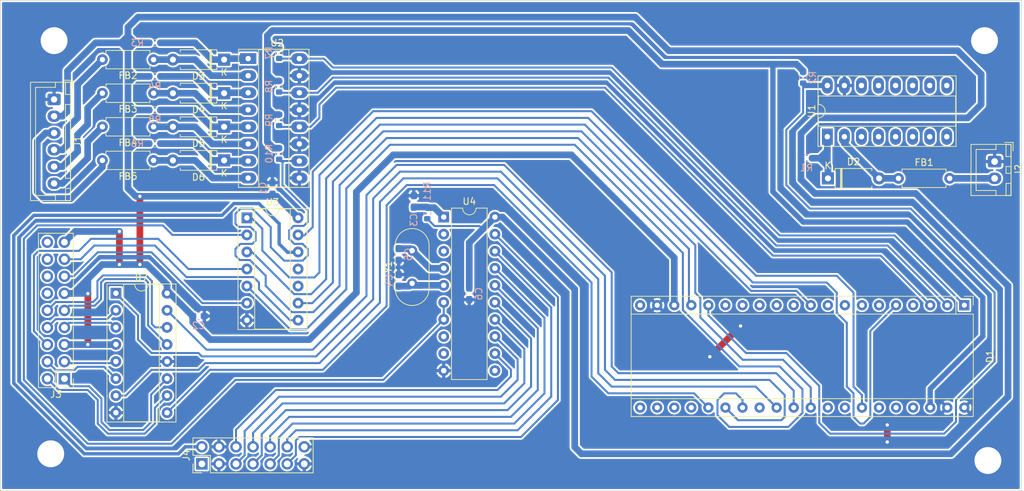
<source format=kicad_pcb>
(kicad_pcb (version 20211014) (generator pcbnew)
  (layers (0 "F.Cu" signal) (31 "B.Cu" signal) (34 "B.Paste" user) (35 "F.Paste" user) (36 "B.SilkS" user "B.Silkscreen") (37 "F.SilkS" user "F.Silkscreen") (38 "B.Mask" user) (39 "F.Mask" user) (44 "Edge.Cuts" user))
  (net 0 "")
  (net 21 "GNDREF")
  (net 22 "+5V")
  (net 23 "Net-(C3-Pad2)")
  (net 24 "Net-(C4-Pad2)")
  (net 25 "Net-(C5-Pad2)")
  (net 26 "Z_HOME_3.3V")
  (net 27 "Y_HOME_3.3V")
  (net 28 "X_HOME_3.3V")
  (net 29 "Spin_PWM")
  (net 30 "Z_EN_3.3V")
  (net 31 "PAUSE_3.3V")
  (net 32 "SENSOR_3.3V")
  (net 33 "Z_STEP_3.3V")
  (net 34 "Z_DIR_3.3V")
  (net 35 "Spin_Dir")
  (net 36 "Spin_En")
  (net 37 "+3V3")
  (net 38 "Net-(D2-Pad1)")
  (net 39 "/HOME optocouplers/PAUSE_OP")
  (net 40 "/HOME optocouplers/SENSOR_OP")
  (net 41 "Net-(R3-Pad2)")
  (net 42 "/HOME optocouplers/Z_HOME_OP")
  (net 43 "/HOME optocouplers/Y_HOME_OP")
  (net 44 "/HOME optocouplers/X_HOME_OP")
  (net 45 "Y_STEP_p")
  (net 46 "Y_STEP_n")
  (net 47 "Y_DIR_n")
  (net 48 "Y_DIR_p")
  (net 49 "X_STEP_p")
  (net 50 "X_STEP_n")
  (net 51 "X_DIR_n")
  (net 52 "X_DIR_p")
  (net 53 "SENSOR")
  (net 54 "Z_HOME")
  (net 55 "Y_HOME")
  (net 56 "X_HOME")
  (net 57 "PAUSE")
  (net 58 "Z_EN")
  (net 60 "Z_STEP")
  (net 61 "/Z1n")
  (net 62 "Z_DIR")
  (net 63 "/Z2n")
  (net 65 "SP_RET")
  (net 66 "SP_EN")
  (net 67 "SP_1")
  (net 68 "SP_5")
  (net 69 "SP_2")
  (net 70 "SP_6")
  (net 71 "SP_3")
  (net 72 "SP_7")
  (net 73 "SP_4")
  (net 74 "SP_8")
  (net 80 "~{X_STEP_3.3V}")
  (net 81 "~{Y_DIR_3.3V}")
  (net 82 "Net-(D5-Pad1)")
  (net 83 "Net-(R6-Pad2)")
  (net 96 "Net-(R4-Pad2)")
  (net 97 "Net-(U4-Pad6)")
  (net 98 "~{X_DIR_3.3V}")
  (net 99 "~{Y_STEP_3.3V}")
  (net 101 "unconnected-(U3-Pad10)")
  (footprint "Crystal:Crystal_HC49-4H_Vertical" (layer "F.Cu") (at 121.3 119.135 90)
    (fp_text reference "Y1")
    (fp_text value "4MHz")
  )
  (footprint "Connector_PinHeader_2.54mm:PinHeader_2x09_P2.54mm_Vertical" (layer "F.Cu") (at 69.54 133.32 180)
    (fp_text reference "J3")
    (fp_text value "STEPPERS")
  )
  (footprint "Package_DIP:DIP-16_W7.62mm_Socket" (layer "F.Cu") (at 77.2 120.6)
    (fp_text reference "D7")
    (fp_text value "SN75ALS192N")
  )
  (footprint "Package_DIP:DIP-14_W7.62mm_Socket" (layer "F.Cu") (at 96.7 109.375)
    (fp_text reference "U3")
    (fp_text value "7406")
  )
  (footprint "Diode_THT:D_A-405_P7.62mm_Horizontal" (layer "F.Cu") (at 93.31 95.825 180)
    (fp_text reference "D5")
    (fp_text value "D_Zener_1.3V")
  )
  (footprint "Diode_THT:D_A-405_P7.62mm_Horizontal" (layer "F.Cu") (at 93.31 85.825 180)
    (fp_text reference "D3")
    (fp_text value "D_Zener_1.3V")
  )
  (footprint "Connector_JST:JST_XH_B2B-XH-A_1x02_P2.50mm_Vertical" (layer "F.Cu") (at 208 101 -90)
    (fp_text reference "J2")
    (fp_text value "Conn_01x02")
  )
  (footprint "Package_DIP:DIP-20_W7.62mm" (layer "F.Cu") (at 126 109.26)
    (fp_text reference "U4")
    (fp_text value "ATtiny2313V-10P")
  )
  (footprint "Diode_THT:D_A-405_P7.62mm_Horizontal" (layer "F.Cu") (at 93.31 90.825 180)
    (fp_text reference "D4")
    (fp_text value "D_Zener_1.3V")
  )
  (footprint "Diode_THT:D_A-405_P7.62mm_Horizontal" (layer "F.Cu") (at 93.31 100.825 180)
    (fp_text reference "D6")
    (fp_text value "D_Zener_1.3V")
  )
  (footprint "Connector_PinHeader_2.54mm:PinHeader_2x07_P2.54mm_Vertical" (layer "F.Cu") (at 90 146 90)
    (fp_text reference "J4")
    (fp_text value "SPINDEL")
  )
  (footprint "Resistor_THT:R_Axial_DIN0207_L6.3mm_D2.5mm_P7.62mm_Horizontal" (layer "F.Cu") (at 82.81 90.825 180)
    (fp_text reference "FB3")
    (fp_text value "FerriteBead")
  )
  (footprint "Resistor_THT:R_Axial_DIN0207_L6.3mm_D2.5mm_P7.62mm_Horizontal" (layer "F.Cu") (at 193.69 103.5)
    (fp_text reference "FB1")
    (fp_text value "FerriteBead")
  )
  (footprint "Connector_JST:JST_XH_B6B-XH-A_1x06_P2.50mm_Vertical" (layer "F.Cu") (at 68 91.75 -90)
    (fp_text reference "J1")
    (fp_text value "OTHER")
  )
  (footprint "Module:Maple_Mini" (layer "F.Cu") (at 203.495 122.38 -90)
    (fp_text reference "D1")
    (fp_text value "Blue_Pill")
  )
  (footprint "Diode_THT:D_A-405_P7.62mm_Horizontal" (layer "F.Cu") (at 183.19 103.5)
    (fp_text reference "D2")
    (fp_text value "D_Zener_1.3V")
  )
  (footprint "Resistor_THT:R_Axial_DIN0207_L6.3mm_D2.5mm_P7.62mm_Horizontal" (layer "F.Cu") (at 82.81 100.825 180)
    (fp_text reference "FB5")
    (fp_text value "FerriteBead")
  )
  (footprint "Package_DIP:DIP-16_W7.62mm_Socket_LongPads" (layer "F.Cu") (at 96.89 85.675)
    (fp_text reference "U2")
    (fp_text value "PC847")
  )
  (footprint "Resistor_THT:R_Axial_DIN0207_L6.3mm_D2.5mm_P7.62mm_Horizontal" (layer "F.Cu") (at 82.81 85.825 180)
    (fp_text reference "FB2")
    (fp_text value "FerriteBead")
  )
  (footprint "Package_DIP:DIP-16_W7.62mm_Socket_LongPads" (layer "F.Cu") (at 183.1 97.3 90)
    (fp_text reference "U1")
    (fp_text value "PC847")
  )
  (footprint "Resistor_THT:R_Axial_DIN0207_L6.3mm_D2.5mm_P7.62mm_Horizontal" (layer "F.Cu") (at 82.81 95.825 180)
    (fp_text reference "FB4")
    (fp_text value "FerriteBead")
  )
  (footprint "Capacitor_SMD:C_0603_1608Metric_Pad1.08x0.95mm_HandSolder" (layer "B.Cu") (at 119.3 114.8225 90)
    (fp_text reference "C5")
    (fp_text value "22 pF")
  )
  (footprint "Resistor_SMD:R_0603_1608Metric" (layer "B.Cu") (at 179.5 88.5 90)
    (fp_text reference "R2")
    (fp_text value "330")
  )
  (footprint "Capacitor_SMD:C_0603_1608Metric_Pad1.08x0.95mm_HandSolder" (layer "B.Cu") (at 129.8 120.685 90)
    (fp_text reference "C6")
    (fp_text value "100n")
  )
  (footprint "Resistor_SMD:R_0603_1608Metric" (layer "B.Cu") (at 101.5 89.825 90)
    (fp_text reference "R8")
    (fp_text value "330")
  )
  (footprint "Resistor_SMD:R_0603_1608Metric" (layer "B.Cu") (at 180 100.5)
    (fp_text reference "R1")
    (fp_text value "200")
  )
  (footprint "Resistor_SMD:R_0603_1608Metric" (layer "B.Cu") (at 83 98.325)
    (fp_text reference "R6")
    (fp_text value "200")
  )
  (footprint "Capacitor_SMD:C_0603_1608Metric_Pad1.08x0.95mm_HandSolder" (layer "B.Cu") (at 119.3 118.685 -90)
    (fp_text reference "C4")
    (fp_text value "22 pF")
  )
  (footprint "Capacitor_SMD:C_0603_1608Metric_Pad1.08x0.95mm_HandSolder" (layer "B.Cu") (at 121.55 106.935 -90)
    (fp_text reference "C3")
    (fp_text value "100n")
  )
  (footprint "Resistor_SMD:R_0603_1608Metric" (layer "B.Cu") (at 83 93.325)
    (fp_text reference "R5")
    (fp_text value "200")
  )
  (footprint "Resistor_SMD:R_0603_1608Metric" (layer "B.Cu") (at 101.5 84.825 90)
    (fp_text reference "R7")
    (fp_text value "330")
  )
  (footprint "Capacitor_SMD:C_0603_1608Metric_Pad1.08x0.95mm_HandSolder" (layer "B.Cu") (at 89.5 124)
    (fp_text reference "C2")
    (fp_text value "100 nF")
  )
  (footprint "Resistor_SMD:R_0603_1608Metric" (layer "B.Cu") (at 83 83.325)
    (fp_text reference "R3")
    (fp_text value "200")
  )
  (footprint "Resistor_SMD:R_0603_1608Metric" (layer "B.Cu") (at 123.55 108.685 90)
    (fp_text reference "R11")
    (fp_text value "10k")
  )
  (footprint "Resistor_SMD:R_0603_1608Metric" (layer "B.Cu") (at 83 88.325)
    (fp_text reference "R4")
    (fp_text value "200")
  )
  (footprint "Resistor_SMD:R_0603_1608Metric" (layer "B.Cu") (at 101.5 99.825 90)
    (fp_text reference "R10")
    (fp_text value "330")
  )
  (footprint "Resistor_SMD:R_0603_1608Metric" (layer "B.Cu") (at 101.5 94.825 90)
    (fp_text reference "R9")
    (fp_text value "330")
  )
  (footprint "Capacitor_SMD:C_0603_1608Metric_Pad1.08x0.95mm_HandSolder" (layer "B.Cu") (at 100.5 105 -90)
    (fp_text reference "C1")
    (fp_text value "100 nF")
  )
  (gr_line (start 212 77) (end 212 150) (layer "Edge.Cuts") (width 0.1))
  (gr_line (start 212 150) (end 60 150) (layer "Edge.Cuts") (width 0.1))
  (gr_line (start 60 77) (end 212 77) (layer "Edge.Cuts") (width 0.1))
  (gr_line (start 60 150) (end 60 77) (layer "Edge.Cuts") (width 0.1))
  (segment (start 165.608 130.048) (end 170.18 125.476) (width 1) (layer "F.Cu") (net 21))
  (segment (start 192.024 140.208) (end 192.024 142.748) (width 1) (layer "F.Cu") (net 21))
  (via (at 207 145.5) (size 6) (drill 4) (layers "F.Cu" "B.Cu") (net 21))
  (via (at 192.024 140.208) (size 1) (drill 0.5) (layers "F.Cu" "B.Cu") (net 21))
  (via (at 67.5 144.5) (size 6) (drill 4) (layers "F.Cu" "B.Cu") (net 21))
  (via (at 192.024 142.748) (size 1) (drill 0.5) (layers "F.Cu" "B.Cu") (net 21))
  (via (at 170.18 125.476) (size 1) (drill 0.5) (layers "F.Cu" "B.Cu") (net 21))
  (via (at 206.5 83) (size 6) (drill 4) (layers "F.Cu" "B.Cu") (net 21))
  (via (at 165.608 130.048) (size 1) (drill 0.5) (layers "F.Cu" "B.Cu") (net 21))
  (via (at 68 83) (size 6) (drill 4) (layers "F.Cu" "B.Cu") (net 21))
  (segment (start 104.562031 103.455) (end 104.692031 103.325) (width 1) (layer "B.Cu") (net 21))
  (segment (start 104.51 103.455) (end 104.562031 103.455) (width 1) (layer "B.Cu") (net 21))
  (segment (start 104.692031 103.325) (end 105 103.325) (width 1) (layer "B.Cu") (net 21))
  (segment (start 77.724 116.332) (end 77.724 111.3995) (width 1) (layer "F.Cu") (net 22))
  (segment (start 80.772 106.172) (end 80.772 116.332) (width 1) (layer "F.Cu") (net 22))
  (segment (start 73.025 120.65) (end 73.025 128.2446) (width 1) (layer "F.Cu") (net 22))
  (via (at 73.025 120.65) (size 1) (drill 0.5) (layers "F.Cu" "B.Cu") (net 22))
  (via (at 77.724 116.332) (size 1) (drill 0.5) (layers "F.Cu" "B.Cu") (net 22))
  (via (at 80.772 116.332) (size 1) (drill 0.5) (layers "F.Cu" "B.Cu") (net 22))
  (via (at 80.772 106.172) (size 1) (drill 0.5) (layers "F.Cu" "B.Cu") (net 22))
  (via (at 73.025 128.2446) (size 1) (drill 0.5) (layers "F.Cu" "B.Cu") (net 22))
  (via (at 77.724 111.3995) (size 1) (drill 0.5) (layers "F.Cu" "B.Cu") (net 22))
  (segment (start 104.32 109.375) (end 101.117 106.172) (width 1) (layer "B.Cu") (net 22))
  (segment (start 73.0204 128.24) (end 73.025 128.2446) (width 1) (layer "B.Cu") (net 22))
  (segment (start 79 105) (end 80.172 106.172) (width 1) (layer "B.Cu") (net 22))
  (segment (start 80.772 116.332) (end 81.832 116.332) (width 1) (layer "B.Cu") (net 22))
  (segment (start 179.175 100.5) (end 179.175 103.675) (width 1) (layer "B.Cu") (net 22))
  (segment (start 181.5 94.5) (end 179.175 96.825) (width 1) (layer "B.Cu") (net 22))
  (segment (start 129.8 119.8225) (end 129.8 113.08) (width 1) (layer "B.Cu") (net 22))
  (segment (start 179.175 103.675) (end 181.25 105.75) (width 1) (layer "B.Cu") (net 22))
  (segment (start 80 93.325) (end 79 92.325) (width 1) (layer "B.Cu") (net 22))
  (segment (start 145 100) (end 160.315 115.315) (width 1) (layer "B.Cu") (net 22))
  (segment (start 145.5 143.5) (end 145.5 120) (width 1) (layer "B.Cu") (net 22))
  (segment (start 73.025 120.65) (end 73.025 118.745) (width 1) (layer "B.Cu") (net 22))
  (segment (start 118.5 100) (end 145 100) (width 1) (layer "B.Cu") (net 22))
  (segment (start 100.8095 106.172) (end 100.5 105.8625) (width 1) (layer "B.Cu") (net 22))
  (segment (start 101.117 106.172) (end 100.8095 106.172) (width 1) (layer "B.Cu") (net 22))
  (segment (start 80.772 106.172) (end 80.172 106.172) (width 1) (layer "B.Cu") (net 22))
  (segment (start 78 83.325) (end 79 83.325) (width 1) (layer "B.Cu") (net 22))
  (segment (start 134.76 109.26) (end 133.62 109.26) (width 1) (layer "B.Cu") (net 22))
  (segment (start 101.117 106.172) (end 80.772 106.172) (width 1) (layer "B.Cu") (net 22))
  (segment (start 68 94.25) (end 69.25 94.25) (width 1) (layer "B.Cu") (net 22))
  (segment (start 79 84.325) (end 80 83.325) (width 1) (layer "B.Cu") (net 22))
  (segment (start 71.9375 119.5625) (end 72.89 118.61) (width 1) (layer "B.Cu") (net 22))
  (segment (start 70.88 120.62) (end 71.9375 119.5625) (width 1) (layer "B.Cu") (net 22))
  (segment (start 73.025 118.745) (end 72.89 118.61) (width 1) (layer "B.Cu") (net 22))
  (segment (start 82.175 98.325) (end 80 98.325) (width 1) (layer "B.Cu") (net 22))
  (segment (start 78 83.325) (end 79 82.325) (width 1) (layer "B.Cu") (net 22))
  (segment (start 159.5 84.5) (end 202.5 84.5) (width 1) (layer "B.Cu") (net 22))
  (segment (start 79 83.325) (end 80 83.325) (width 1) (layer "B.Cu") (net 22))
  (segment (start 131.32 110.6) (end 131.8 111.08) (width 0.3) (layer "B.Cu") (net 22))
  (segment (start 79 81) (end 80.5 79.5) (width 1) (layer "B.Cu") (net 22))
  (segment (start 201.5 144.5) (end 146.5 144.5) (width 1) (layer "B.Cu") (net 22))
  (segment (start 145.5 120) (end 134.76 109.26) (width 1) (layer "B.Cu") (net 22))
  (segment (start 181.25 105.75) (end 196.25 105.75) (width 1) (layer "B.Cu") (net 22))
  (segment (start 73.025 120.65) (end 71.9375 119.5625) (width 1) (layer "B.Cu") (net 22))
  (segment (start 80.5 79.5) (end 154.5 79.5) (width 1) (layer "B.Cu") (net 22))
  (segment (start 79 99.5) (end 79 99.325) (width 1) (layer "B.Cu") (net 22))
  (segment (start 85.2375 120.6) (end 88.6375 124) (width 1) (layer "B.Cu") (net 22))
  (segment (start 206 92.5) (end 204 94.5) (width 1) (layer "B.Cu") (net 22))
  (segment (start 160.315 115.315) (end 160.315 122.38) (width 1) (layer "B.Cu") (net 22))
  (segment (start 75.168 116.332) (end 77.724 116.332) (width 1) (layer "B.Cu") (net 22))
  (segment (start 129.8 113.08) (end 131.8 111.08) (width 1) (layer "B.Cu") (net 22))
  (segment (start 88.6375 124) (end 88.6375 124.8875) (width 1) (layer "B.Cu") (net 22))
  (segment (start 80 88.325) (end 79 89.325) (width 1) (layer "B.Cu") (net 22))
  (segment (start 69.54 120.62) (end 72.995 120.62) (width 1) (layer "B.Cu") (net 22))
  (segment (start 124.64 110.6) (end 131.32 110.6) (width 0.3) (layer "B.Cu") (net 22))
  (segment (start 91.25 127.5) (end 106 127.5) (width 1) (layer "B.Cu") (net 22))
  (segment (start 80 88.325) (end 79 88.325) (width 1) (layer "B.Cu") (net 22))
  (segment (start 79 97.325) (end 79 94.325) (width 1) (layer "B.Cu") (net 22))
  (segment (start 79 94.325) (end 79 92.325) (width 1) (layer "B.Cu") (net 22))
  (segment (start 69.54 120.62) (end 70.88 120.62) (width 1) (layer "B.Cu") (net 22))
  (segment (start 82.175 93.325) (end 80 93.325) (width 1) (layer "B.Cu") (net 22))
  (segment (start 196.25 105.75) (end 210 119.5) (width 1) (layer "B.Cu") (net 22))
  (segment (start 82.175 88.325) (end 80 88.325) (width 1) (layer "B.Cu") (net 22))
  (segment (start 77.724 116.332) (end 80.772 116.332) (width 1) (layer "B.Cu") (net 22))
  (segment (start 123.55 109.51) (end 124.64 110.6) (width 0.3) (layer "B.Cu") (net 22))
  (segment (start 72.89 118.61) (end 75.168 116.332) (width 1) (layer "B.Cu") (net 22))
  (segment (start 69.56 128.22) (end 69.54 128.24) (width 1) (layer "B.Cu") (net 22))
  (segment (start 69.25 94.25) (end 70 93.5) (width 1) (layer "B.Cu") (net 22))
  (segment (start 84.82 119.32) (end 84.82 120.6) (width 1) (layer "B.Cu") (net 22))
  (segment (start 210 136) (end 201.5 144.5) (width 1) (layer "B.Cu") (net 22))
  (segment (start 79 83.325) (end 79 81) (width 1) (layer "B.Cu") (net 22))
  (segment (start 80 88.325) (end 79 87.325) (width 1) (layer "B.Cu") (net 22))
  (segment (start 79 84.325) (end 78 83.325) (width 1) (layer "B.Cu") (net 22))
  (segment (start 179.175 96.825) (end 179.175 100.5) (width 1) (layer "B.Cu") (net 22))
  (segment (start 202.5 84.5) (end 206 88) (width 1) (layer "B.Cu") (net 22))
  (segment (start 69.54 128.24) (end 73.0204 128.24) (width 1) (layer "B.Cu") (net 22))
  (segment (start 70 93.5) (end 70 87.5) (width 1) (layer "B.Cu") (net 22))
  (segment (start 206 88) (end 206 92.5) (width 1) (layer "B.Cu") (net 22))
  (segment (start 77.1754 128.2446) (end 77.2 128.22) (width 1) (layer "B.Cu") (net 22))
  (segment (start 106 127.5) (end 113 120.5) (width 1) (layer "B.Cu") (net 22))
  (segment (start 81.832 116.332) (end 84.82 119.32) (width 1) (layer "B.Cu") (net 22))
  (segment (start 204 94.5) (end 181.5 94.5) (width 1) (layer "B.Cu") (net 22))
  (segment (start 80 98.325) (end 79 97.325) (width 1) (layer "B.Cu") (net 22))
  (segment (start 80 83.325) (end 82.175 83.325) (width 1) (layer "B.Cu") (net 22))
  (segment (start 72.995 120.62) (end 73.025 120.65) (width 1) (layer "B.Cu") (net 22))
  (segment (start 79 89.325) (end 79 88.325) (width 1) (layer "B.Cu") (net 22))
  (segment (start 131.8 111.08) (end 133.62 109.26) (width 1) (layer "B.Cu") (net 22))
  (segment (start 79 99.5) (end 79 97.325) (width 1) (layer "B.Cu") (net 22))
  (segment (start 113 120.5) (end 113 105.5) (width 1) (layer "B.Cu") (net 22))
  (segment (start 146.5 144.5) (end 145.5 143.5) (width 1) (layer "B.Cu") (net 22))
  (segment (start 80 93.325) (end 79 94.325) (width 1) (layer "B.Cu") (net 22))
  (segment (start 77.724 111.3995) (end 71.1405 111.3995) (width 1) (layer "B.Cu") (net 22))
  (segment (start 79 99.5) (end 79 105) (width 1) (layer "B.Cu") (net 22))
  (segment (start 79 87.325) (end 79 84.325) (width 1) (layer "B.Cu") (net 22))
  (segment (start 113 105.5) (end 118.5 100) (width 1) (layer "B.Cu") (net 22))
  (segment (start 80 83.325) (end 79 82.325) (width 1) (layer "B.Cu") (net 22))
  (segment (start 74.175 83.325) (end 78 83.325) (width 1) (layer "B.Cu") (net 22))
  (segment (start 71.1405 111.3995) (end 69.54 113) (width 1) (layer "B.Cu") (net 22))
  (segment (start 73.025 128.2446) (end 77.1754 128.2446) (width 1) (layer "B.Cu") (net 22))
  (segment (start 84.82 120.6) (end 85.2375 120.6) (width 1) (layer "B.Cu") (net 22))
  (segment (start 70 87.5) (end 74.175 83.325) (width 1) (layer "B.Cu") (net 22))
  (segment (start 79 92.325) (end 79 89.325) (width 1) (layer "B.Cu") (net 22))
  (segment (start 210 119.5) (end 210 136) (width 1) (layer "B.Cu") (net 22))
  (segment (start 79 88.325) (end 79 87.325) (width 1) (layer "B.Cu") (net 22))
  (segment (start 88.6375 124.8875) (end 91.25 127.5) (width 1) (layer "B.Cu") (net 22))
  (segment (start 154.5 79.5) (end 159.5 84.5) (width 1) (layer "B.Cu") (net 22))
  (segment (start 79 99.325) (end 80 98.325) (width 1) (layer "B.Cu") (net 22))
  (segment (start 124.6 107.86) (end 126 109.26) (width 1) (layer "B.Cu") (net 23))
  (segment (start 121.5875 107.76) (end 121.55 107.7975) (width 1) (layer "B.Cu") (net 23))
  (segment (start 123.55 107.76) (end 121.5875 107.76) (width 1) (layer "B.Cu") (net 23))
  (segment (start 123.55 107.86) (end 124.6 107.86) (width 1) (layer "B.Cu") (net 23))
  (segment (start 119.3 119.5475) (end 120.8875 119.5475) (width 1) (layer "B.Cu") (net 24))
  (segment (start 121.015 119.42) (end 120.8875 119.5475) (width 1) (layer "B.Cu") (net 24))
  (segment (start 121.585 119.42) (end 121.3 119.135) (width 1) (layer "B.Cu") (net 24))
  (segment (start 120.8875 119.5475) (end 121.3 119.135) (width 1) (layer "B.Cu") (net 24))
  (segment (start 122.565 119.42) (end 121.585 119.42) (width 1) (layer "B.Cu") (net 24))
  (segment (start 126 119.42) (end 122.565 119.42) (width 1) (layer "B.Cu") (net 24))
  (segment (start 122.565 119.42) (end 121.015 119.42) (width 1) (layer "B.Cu") (net 24))
  (segment (start 121.005 113.96) (end 121.3 114.255) (width 1) (layer "B.Cu") (net 25))
  (segment (start 126 116.88) (end 123.925 116.88) (width 1) (layer "B.Cu") (net 25))
  (segment (start 123.925 116.88) (end 121.3 114.255) (width 1) (layer "B.Cu") (net 25))
  (segment (start 119.3 113.96) (end 121.005 113.96) (width 1) (layer "B.Cu") (net 25))
  (segment (start 109.5 87) (end 108.175 85.675) (width 0.3) (layer "B.Cu") (net 26))
  (segment (start 101.525 85.675) (end 101.5 85.65) (width 0.3) (layer "B.Cu") (net 26))
  (segment (start 104.51 85.675) (end 104.825 85.675) (width 0.3) (layer "B.Cu") (net 26))
  (segment (start 151 87) (end 109.5 87) (width 0.3) (layer "B.Cu") (net 26))
  (segment (start 193.115 112) (end 176 112) (width 0.3) (layer "B.Cu") (net 26))
  (segment (start 203.495 122.38) (end 203.38 122.38) (width 0.3) (layer "B.Cu") (net 26))
  (segment (start 176 112) (end 151 87) (width 0.3) (layer "B.Cu") (net 26))
  (segment (start 104.51 85.675) (end 101.525 85.675) (width 0.3) (layer "B.Cu") (net 26))
  (segment (start 203.495 122.38) (end 193.115 112) (width 0.3) (layer "B.Cu") (net 26))
  (segment (start 108.175 85.675) (end 104.51 85.675) (width 0.3) (layer "B.Cu") (net 26))
  (segment (start 104.825 85.675) (end 105 85.5) (width 0.3) (layer "B.Cu") (net 26))
  (segment (start 101.605 90.755) (end 101.5 90.65) (width 0.3) (layer "B.Cu") (net 27))
  (segment (start 109.5 88.5) (end 107.245 90.755) (width 0.3) (layer "B.Cu") (net 27))
  (segment (start 175.5 113.5) (end 150.5 88.5) (width 0.3) (layer "B.Cu") (net 27))
  (segment (start 192.075 113.5) (end 175.5 113.5) (width 0.3) (layer "B.Cu") (net 27))
  (segment (start 104.51 90.755) (end 101.605 90.755) (width 0.3) (layer "B.Cu") (net 27))
  (segment (start 150.5 88.5) (end 109.5 88.5) (width 0.3) (layer "B.Cu") (net 27))
  (segment (start 200.955 122.38) (end 192.075 113.5) (width 0.3) (layer "B.Cu") (net 27))
  (segment (start 107.245 90.755) (end 104.51 90.755) (width 0.3) (layer "B.Cu") (net 27))
  (segment (start 191.035 115) (end 175 115) (width 0.3) (layer "B.Cu") (net 28))
  (segment (start 150 90) (end 110 90) (width 0.3) (layer "B.Cu") (net 28))
  (segment (start 175 115) (end 150 90) (width 0.3) (layer "B.Cu") (net 28))
  (segment (start 104.51 95.835) (end 101.685 95.835) (width 0.3) (layer "B.Cu") (net 28))
  (segment (start 110 90) (end 107.5 92.5) (width 0.3) (layer "B.Cu") (net 28))
  (segment (start 101.685 95.835) (end 101.5 95.65) (width 0.3) (layer "B.Cu") (net 28))
  (segment (start 198.415 122.38) (end 191.035 115) (width 0.3) (layer "B.Cu") (net 28))
  (segment (start 107.5 94.5) (end 106.165 95.835) (width 0.3) (layer "B.Cu") (net 28))
  (segment (start 106.165 95.835) (end 104.51 95.835) (width 0.3) (layer "B.Cu") (net 28))
  (segment (start 107.5 92.5) (end 107.5 94.5) (width 0.3) (layer "B.Cu") (net 28))
  (segment (start 188 140) (end 188.5 140) (width 0.3) (layer "B.Cu") (net 29))
  (segment (start 99 111) (end 99 114.25) (width 0.3) (layer "B.Cu") (net 29))
  (segment (start 107.5 103) (end 116 94.5) (width 0.3) (layer "B.Cu") (net 29))
  (segment (start 188.5 140) (end 189.5 139) (width 0.3) (layer "B.Cu") (net 29))
  (segment (start 106.75 118.25) (end 107.5 117.5) (width 0.3) (layer "B.Cu") (net 29))
  (segment (start 172 119) (end 183 119) (width 0.3) (layer "B.Cu") (net 29))
  (segment (start 186 134.5) (end 187 135.5) (width 0.3) (layer "B.Cu") (net 29))
  (segment (start 189.5 139) (end 189.5 126.215) (width 0.3) (layer "B.Cu") (net 29))
  (segment (start 116 94.5) (end 147.5 94.5) (width 0.3) (layer "B.Cu") (net 29))
  (segment (start 186 125) (end 186 134.5) (width 0.3) (layer "B.Cu") (net 29))
  (segment (start 103 118.25) (end 106.75 118.25) (width 0.3) (layer "B.Cu") (net 29))
  (segment (start 99 114.25) (end 103 118.25) (width 0.3) (layer "B.Cu") (net 29))
  (segment (start 184.5 123.5) (end 186 125) (width 0.3) (layer "B.Cu") (net 29))
  (segment (start 107.5 117.5) (end 107.5 103) (width 0.3) (layer "B.Cu") (net 29))
  (segment (start 189.5 126.215) (end 193.335 122.38) (width 0.3) (layer "B.Cu") (net 29))
  (segment (start 96.7 109.375) (end 97.375 109.375) (width 0.3) (layer "B.Cu") (net 29))
  (segment (start 97.375 109.375) (end 99 111) (width 0.3) (layer "B.Cu") (net 29))
  (segment (start 147.5 94.5) (end 172 119) (width 0.3) (layer "B.Cu") (net 29))
  (segment (start 187 135.5) (end 187 139) (width 0.3) (layer "B.Cu") (net 29))
  (segment (start 187 139) (end 188 140) (width 0.3) (layer "B.Cu") (net 29))
  (segment (start 183 119) (end 184.5 120.5) (width 0.3) (layer "B.Cu") (net 29))
  (segment (start 184.5 120.5) (end 184.5 123.5) (width 0.3) (layer "B.Cu") (net 29))
  (segment (start 97.455 114.455) (end 103.735 120.735) (width 0.3) (layer "B.Cu") (net 30))
  (segment (start 171.75 120.25) (end 178.505 120.25) (width 0.3) (layer "B.Cu") (net 30))
  (segment (start 106.265 120.735) (end 108.5 118.5) (width 0.3) (layer "B.Cu") (net 30))
  (segment (start 108.5 103.5) (end 116.5 95.5) (width 0.3) (layer "B.Cu") (net 30))
  (segment (start 103.735 120.735) (end 106.265 120.735) (width 0.3) (layer "B.Cu") (net 30))
  (segment (start 116.5 95.5) (end 147 95.5) (width 0.3) (layer "B.Cu") (net 30))
  (segment (start 108.5 118.5) (end 108.5 103.5) (width 0.3) (layer "B.Cu") (net 30))
  (segment (start 96.7 114.455) (end 97.455 114.455) (width 0.3) (layer "B.Cu") (net 30))
  (segment (start 147 95.5) (end 171.75 120.25) (width 0.3) (layer "B.Cu") (net 30))
  (segment (start 178.505 120.25) (end 180.635 122.38) (width 0.3) (layer "B.Cu") (net 30))
  (segment (start 202.25 136.5) (end 208 130.75) (width 0.3) (layer "B.Cu") (net 31))
  (segment (start 202.25 139.75) (end 202.25 136.5) (width 0.3) (layer "B.Cu") (net 31))
  (segment (start 179.855 89.68) (end 179.5 89.325) (width 0.8) (layer "B.Cu") (net 31))
  (segment (start 177 104.5) (end 177 96.25) (width 0.3) (layer "B.Cu") (net 31))
  (segment (start 177 129.5) (end 181.9 134.4) (width 0.3) (layer "B.Cu") (net 31))
  (segment (start 200.5 141.5) (end 202.25 139.75) (width 0.3) (layer "B.Cu") (net 31))
  (segment (start 181.9 134.4) (end 181.9 139.9) (width 0.3) (layer "B.Cu") (net 31))
  (segment (start 195.5 108) (end 180.5 108) (width 0.3) (layer "B.Cu") (net 31))
  (segment (start 179.5 93.75) (end 179.5 89.325) (width 0.3) (layer "B.Cu") (net 31))
  (segment (start 183.5 141.5) (end 200.5 141.5) (width 0.3) (layer "B.Cu") (net 31))
  (segment (start 208 130.75) (end 208 120.5) (width 0.3) (layer "B.Cu") (net 31))
  (segment (start 165.395 122.38) (end 165.395 123.895) (width 0.3) (layer "B.Cu") (net 31))
  (segment (start 208 120.5) (end 195.5 108) (width 0.3) (layer "B.Cu") (net 31))
  (segment (start 182.92 89.5) (end 183.1 89.68) (width 1) (layer "B.Cu") (net 31))
  (segment (start 177 96.25) (end 179.5 93.75) (width 0.3) (layer "B.Cu") (net 31))
  (segment (start 183.1 89.68) (end 179.855 89.68) (width 0.8) (layer "B.Cu") (net 31))
  (segment (start 180.5 108) (end 177 104.5) (width 0.3) (layer "B.Cu") (net 31))
  (segment (start 181.9 139.9) (end 183.5 141.5) (width 0.3) (layer "B.Cu") (net 31))
  (segment (start 165.395 123.895) (end 171 129.5) (width 0.3) (layer "B.Cu") (net 31))
  (segment (start 171 129.5) (end 177 129.5) (width 0.3) (layer "B.Cu") (net 31))
  (segment (start 105.75 114) (end 105 113.25) (width 0.3) (layer "B.Cu") (net 32))
  (segment (start 95.745 113.255) (end 97.495 113.255) (width 0.3) (layer "B.Cu") (net 32))
  (segment (start 105 115.75) (end 105.75 115) (width 0.3) (layer "B.Cu") (net 32))
  (segment (start 95.75 108) (end 97.5 108) (width 0.3) (layer "B.Cu") (net 32))
  (segment (start 101.765 100.915) (end 101.5 100.65) (width 0.3) (layer "B.Cu") (net 32))
  (segment (start 98 111.5) (end 97.215 110.715) (width 0.3) (layer "B.Cu") (net 32))
  (segment (start 100.25 113.75) (end 102.25 115.75) (width 0.3) (layer "B.Cu") (net 32))
  (segment (start 97.495 113.255) (end 98 112.75) (width 0.3) (layer "B.Cu") (net 32))
  (segment (start 100.25 110.75) (end 100.25 113.75) (width 0.3) (layer "B.Cu") (net 32))
  (segment (start 97.5 108) (end 100.25 110.75) (width 0.3) (layer "B.Cu") (net 32))
  (segment (start 95.655 115.655) (end 95 115) (width 0.3) (layer "B.Cu") (net 32))
  (segment (start 110.5 119.5) (end 106.585 123.415) (width 0.3) (layer "B.Cu") (net 32))
  (segment (start 162.5 122) (end 162.5 114) (width 0.3) (layer "B.Cu") (net 32))
  (segment (start 95.535 110.715) (end 95.5 110.75) (width 0.3) (layer "B.Cu") (net 32))
  (segment (start 162.855 122.355) (end 162.5 122) (width 0.3) (layer "B.Cu") (net 32))
  (segment (start 103.415 123.415) (end 99.5 119.5) (width 0.3) (layer "B.Cu") (net 32))
  (segment (start 99.5 119.5) (end 99.5 118) (width 0.3) (layer "B.Cu") (net 32))
  (segment (start 95.535 110.715) (end 95.465 110.715) (width 0.3) (layer "B.Cu") (net 32))
  (segment (start 103.75 113.25) (end 103 112.5) (width 0.3) (layer "B.Cu") (net 32))
  (segment (start 97.155 115.655) (end 95.655 115.655) (width 0.3) (layer "B.Cu") (net 32))
  (segment (start 97.215 110.715) (end 95.535 110.715) (width 0.3) (layer "B.Cu") (net 32))
  (segment (start 103.675 110.575) (end 105.175 110.575) (width 0.3) (layer "B.Cu") (net 32))
  (segment (start 110.5 104.5) (end 110.5 119.5) (width 0.3) (layer "B.Cu") (net 32))
  (segment (start 104.51 100.915) (end 105.585 100.915) (width 0.3) (layer "B.Cu") (net 32))
  (segment (start 95 115) (end 95 114) (width 0.3) (layer "B.Cu") (net 32))
  (segment (start 162.855 122.38) (end 162.855 122.355) (width 0.3) (layer "B.Cu") (net 32))
  (segment (start 102.415 100.915) (end 102.235 100.915) (width 0.3) (layer "B.Cu") (net 32))
  (segment (start 117.5 97.5) (end 110.5 104.5) (width 0.3) (layer "B.Cu") (net 32))
  (segment (start 103 111.25) (end 103.675 110.575) (width 0.3) (layer "B.Cu") (net 32))
  (segment (start 105 113.25) (end 103.75 113.25) (width 0.3) (layer "B.Cu") (net 32))
  (segment (start 95 110.25) (end 95 108.75) (width 0.3) (layer "B.Cu") (net 32))
  (segment (start 106.585 123.415) (end 103.415 123.415) (width 0.3) (layer "B.Cu") (net 32))
  (segment (start 95 108.75) (end 95.75 108) (width 0.3) (layer "B.Cu") (net 32))
  (segment (start 95.465 110.715) (end 95 110.25) (width 0.3) (layer "B.Cu") (net 32))
  (segment (start 146 97.5) (end 117.5 97.5) (width 0.3) (layer "B.Cu") (net 32))
  (segment (start 162.5 114) (end 146 97.5) (width 0.3) (layer "B.Cu") (net 32))
  (segment (start 105.75 110) (end 105.75 108.25) (width 0.3) (layer "B.Cu") (net 32))
  (segment (start 102 101.15) (end 101.5 100.65) (width 0.3) (layer "B.Cu") (net 32))
  (segment (start 103 112.5) (end 103 111.25) (width 0.3) (layer "B.Cu") (net 32))
  (segment (start 104.51 100.915) (end 102.415 100.915) (width 0.3) (layer "B.Cu") (net 32))
  (segment (start 105.75 108.25) (end 102 104.5) (width 0.3) (layer "B.Cu") (net 32))
  (segment (start 95 114) (end 95.745 113.255) (width 0.3) (layer "B.Cu") (net 32))
  (segment (start 102.25 115.75) (end 105 115.75) (width 0.3) (layer "B.Cu") (net 32))
  (segment (start 102 104.5) (end 102 101.15) (width 0.3) (layer "B.Cu") (net 32))
  (segment (start 98 112.75) (end 98 111.5) (width 0.3) (layer "B.Cu") (net 32))
  (segment (start 102.235 100.915) (end 102 101.15) (width 0.3) (layer "B.Cu") (net 32))
  (segment (start 105.75 115) (end 105.75 114) (width 0.3) (layer "B.Cu") (net 32))
  (segment (start 102.415 100.915) (end 101.765 100.915) (width 0.3) (layer "B.Cu") (net 32))
  (segment (start 99.5 118) (end 97.155 115.655) (width 0.3) (layer "B.Cu") (net 32))
  (segment (start 105.175 110.575) (end 105.75 110) (width 0.3) (layer "B.Cu") (net 32))
  (segment (start 161.6 114.6) (end 161.6 123.1) (width 0.3) (layer "B.Cu") (net 33))
  (segment (start 161.6 123.1) (end 170 131.5) (width 0.3) (layer "B.Cu") (net 33))
  (segment (start 177.3 140.5) (end 168.5 140.5) (width 0.3) (layer "B.Cu") (net 33))
  (segment (start 96.7 119.535) (end 103.165 126) (width 0.3) (layer "B.Cu") (net 33))
  (segment (start 145.5 98.5) (end 161.6 114.6) (width 0.3) (layer "B.Cu") (net 33))
  (segment (start 105.5 126) (end 111.5 120) (width 0.3) (layer "B.Cu") (net 33))
  (segment (start 103.165 126) (end 105.5 126) (width 0.3) (layer "B.Cu") (net 33))
  (segment (start 176 131.5) (end 179.4 134.9) (width 0.3) (layer "B.Cu") (net 33))
  (segment (start 169.5 135.5) (end 170.475 136.475) (width 0.3) (layer "B.Cu") (net 33))
  (segment (start 179.4 134.9) (end 179.4 138.4) (width 0.3) (layer "B.Cu") (net 33))
  (segment (start 170.475 136.475) (end 170.475 137.62) (width 0.3) (layer "B.Cu") (net 33))
  (segment (start 168.5 140.5) (end 166.75 138.75) (width 0.3) (layer "B.Cu") (net 33))
  (segment (start 167.75 135.5) (end 169.5 135.5) (width 0.3) (layer "B.Cu") (net 33))
  (segment (start 166.75 138.75) (end 166.75 136.5) (width 0.3) (layer "B.Cu") (net 33))
  (segment (start 166.75 136.5) (end 167.75 135.5) (width 0.3) (layer "B.Cu") (net 33))
  (segment (start 118 98.5) (end 145.5 98.5) (width 0.3) (layer "B.Cu") (net 33))
  (segment (start 170 131.5) (end 176 131.5) (width 0.3) (layer "B.Cu") (net 33))
  (segment (start 179.4 138.4) (end 177.3 140.5) (width 0.3) (layer "B.Cu") (net 33))
  (segment (start 111.5 105) (end 118 98.5) (width 0.3) (layer "B.Cu") (net 33))
  (segment (start 111.5 120) (end 111.5 105) (width 0.3) (layer "B.Cu") (net 33))
  (segment (start 176.5 130.5) (end 180.635 134.635) (width 0.3) (layer "B.Cu") (net 34))
  (segment (start 180.635 134.635) (end 180.635 137.62) (width 0.3) (layer "B.Cu") (net 34))
  (segment (start 164.2 124.2) (end 170.5 130.5) (width 0.3) (layer "B.Cu") (net 34))
  (segment (start 163.45 120.55) (end 164.2 121.3) (width 0.3) (layer "B.Cu") (net 34))
  (segment (start 106.425 122.075) (end 109.5 119) (width 0.3) (layer "B.Cu") (net 34))
  (segment (start 109.5 104) (end 117 96.5) (width 0.3) (layer "B.Cu") (net 34))
  (segment (start 163.45 113.45) (end 163.45 120.55) (width 0.3) (layer "B.Cu") (net 34))
  (segment (start 117 96.5) (end 146.5 96.5) (width 0.3) (layer "B.Cu") (net 34))
  (segment (start 170.5 130.5) (end 176.5 130.5) (width 0.3) (layer "B.Cu") (net 34))
  (segment (start 104.32 122.075) (end 106.425 122.075) (width 0.3) (layer "B.Cu") (net 34))
  (segment (start 164.2 121.3) (end 164.2 124.2) (width 0.3) (layer "B.Cu") (net 34))
  (segment (start 109.5 119) (end 109.5 104) (width 0.3) (layer "B.Cu") (net 34))
  (segment (start 146.5 96.5) (end 163.45 113.45) (width 0.3) (layer "B.Cu") (net 34))
  (segment (start 115.5 93.5) (end 106.5 102.5) (width 0.3) (layer "B.Cu") (net 36))
  (segment (start 188.255 137.62) (end 188.255 135.755) (width 0.3) (layer "B.Cu") (net 36))
  (segment (start 105.25 112) (end 104.405 112) (width 0.3) (layer "B.Cu") (net 36))
  (segment (start 106.5 102.5) (end 106.5 110.75) (width 0.3) (layer "B.Cu") (net 36))
  (segment (start 187 134.5) (end 187 120.5) (width 0.3) (layer "B.Cu") (net 36))
  (segment (start 106.5 110.75) (end 105.25 112) (width 0.3) (layer "B.Cu") (net 36))
  (segment (start 188.255 135.755) (end 187 134.5) (width 0.3) (layer "B.Cu") (net 36))
  (segment (start 184.5 118) (end 172.5 118) (width 0.3) (layer "B.Cu") (net 36))
  (segment (start 148 93.5) (end 115.5 93.5) (width 0.3) (layer "B.Cu") (net 36))
  (segment (start 172.5 118) (end 148 93.5) (width 0.3) (layer "B.Cu") (net 36))
  (segment (start 187 120.5) (end 184.5 118) (width 0.3) (layer "B.Cu") (net 36))
  (segment (start 104.405 112) (end 104.32 111.915) (width 0.3) (layer "B.Cu") (net 36))
  (segment (start 153.5 81.5) (end 158.5 86.5) (width 1) (layer "B.Cu") (net 37))
  (segment (start 175.5 86.5) (end 178.5 86.5) (width 1) (layer "B.Cu") (net 37))
  (segment (start 198.415 134.835) (end 198.415 137.62) (width 0.8) (layer "B.Cu") (net 37))
  (segment (start 99.75 89.825) (end 99.75 88.075) (width 1) (layer "B.Cu") (net 37))
  (segment (start 100.575 89) (end 100.575 88.9) (width 1) (layer "B.Cu") (net 37))
  (segment (start 99.75 83.175) (end 100.575 84) (width 1) (layer "B.Cu") (net 37))
  (segment (start 100.575 89) (end 99.75 89.825) (width 1) (layer "B.Cu") (net 37))
  (segment (start 158.5 86.5) (end 175 86.5) (width 1) (layer "B.Cu") (net 37))
  (segment (start 101.5 99) (end 100.675 99) (width 1) (layer "B.Cu") (net 37))
  (segment (start 100.575 84) (end 101.5 84) (width 1) (layer "B.Cu") (net 37))
  (segment (start 175 105.5) (end 179.5 110) (width 0.8) (layer "B.Cu") (net 37))
  (segment (start 179.5 87.675) (end 179.5 87.5) (width 1) (layer "B.Cu") (net 37))
  (segment (start 175 86.5) (end 175 105.5) (width 0.8) (layer "B.Cu") (net 37))
  (segment (start 99.75 98.075) (end 99.75 94.825) (width 1) (layer "B.Cu") (net 37))
  (segment (start 99.75 82.25) (end 100.5 81.5) (width 1) (layer "B.Cu") (net 37))
  (segment (start 99.75 94.825) (end 99.75 93.075) (width 1) (layer "B.Cu") (net 37))
  (segment (start 195 110) (end 206.25 121.25) (width 0.8) (layer "B.Cu") (net 37))
  (segment (start 206.25 121.25) (end 206.25 127) (width 0.8) (layer "B.Cu") (net 37))
  (segment (start 99.75 88.075) (end 99.75 84.825) (width 1) (layer "B.Cu") (net 37))
  (segment (start 99.75 84.825) (end 100.575 84) (width 1) (layer "B.Cu") (net 37))
  (segment (start 101.5 94) (end 100.675 94) (width 1) (layer "B.Cu") (net 37))
  (segment (start 99.85 94.825) (end 99.75 94.825) (width 1) (layer "B.Cu") (net 37))
  (segment (start 179.5 87.5) (end 178.5 86.5) (width 1) (layer "B.Cu") (net 37))
  (segment (start 100.675 94) (end 99.75 93.075) (width 1) (layer "B.Cu") (net 37))
  (segment (start 100.5 81.5) (end 153.5 81.5) (width 1) (layer "B.Cu") (net 37))
  (segment (start 99.75 93.075) (end 99.75 89.825) (width 1) (layer "B.Cu") (net 37))
  (segment (start 179.5 110) (end 195 110) (width 0.8) (layer "B.Cu") (net 37))
  (segment (start 100.675 94) (end 99.85 94.825) (width 1) (layer "B.Cu") (net 37))
  (segment (start 206.25 127) (end 198.415 134.835) (width 0.8) (layer "B.Cu") (net 37))
  (segment (start 99.75 83.175) (end 99.75 82.25) (width 1) (layer "B.Cu") (net 37))
  (segment (start 100.675 99) (end 99.75 98.075) (width 1) (layer "B.Cu") (net 37))
  (segment (start 99.75 83.175) (end 99.75 84.825) (width 1) (layer "B.Cu") (net 37))
  (segment (start 100.575 88.9) (end 99.75 88.075) (width 1) (layer "B.Cu") (net 37))
  (segment (start 175 86.5) (end 175.5 86.5) (width 1) (layer "B.Cu") (net 37))
  (segment (start 101.5 89) (end 100.575 89) (width 1) (layer "B.Cu") (net 37))
  (segment (start 182 100.5) (end 183.19 101.69) (width 1) (layer "B.Cu") (net 38))
  (segment (start 183.1 101.6) (end 183.1 99.4) (width 1) (layer "B.Cu") (net 38))
  (segment (start 183.19 101.69) (end 183.19 103.5) (width 1) (layer "B.Cu") (net 38))
  (segment (start 183.19 101.69) (end 183.1 101.6) (width 1) (layer "B.Cu") (net 38))
  (segment (start 182 100.5) (end 183.1 99.4) (width 1) (layer "B.Cu") (net 38))
  (segment (start 183.1 99.4) (end 183.1 97.3) (width 1) (layer "B.Cu") (net 38))
  (segment (start 180.825 100.5) (end 182 100.5) (width 1) (layer "B.Cu") (net 38))
  (segment (start 185.64 97.3) (end 185.64 98.33) (width 1) (layer "B.Cu") (net 39))
  (segment (start 185.64 98.33) (end 190.81 103.5) (width 1) (layer "B.Cu") (net 39))
  (segment (start 193.69 103.5) (end 190.81 103.5) (width 1) (layer "B.Cu") (net 39))
  (segment (start 85.69 100.825) (end 82.81 100.825) (width 1) (layer "B.Cu") (net 40))
  (segment (start 96.89 103.455) (end 91.63 103.455) (width 1) (layer "B.Cu") (net 40))
  (segment (start 91.63 103.455) (end 89 100.825) (width 1) (layer "B.Cu") (net 40))
  (segment (start 89 100.825) (end 85.69 100.825) (width 1) (layer "B.Cu") (net 40))
  (segment (start 93.31 85.825) (end 91.5 85.825) (width 1) (layer "B.Cu") (net 41))
  (segment (start 96.89 85.675) (end 93.46 85.675) (width 1) (layer "B.Cu") (net 41))
  (segment (start 89 83.325) (end 83.825 83.325) (width 1) (layer "B.Cu") (net 41))
  (segment (start 91.5 85.825) (end 89 83.325) (width 1) (layer "B.Cu") (net 41))
  (segment (start 93.46 85.675) (end 93.31 85.825) (width 1) (layer "B.Cu") (net 41))
  (segment (start 85.69 85.825) (end 82.81 85.825) (width 1) (layer "B.Cu") (net 42))
  (segment (start 89 85.825) (end 85.69 85.825) (width 1) (layer "B.Cu") (net 42))
  (segment (start 96.89 88.215) (end 91.39 88.215) (width 1) (layer "B.Cu") (net 42))
  (segment (start 91.39 88.215) (end 89 85.825) (width 1) (layer "B.Cu") (net 42))
  (segment (start 89 90.825) (end 85.69 90.825) (width 1) (layer "B.Cu") (net 43))
  (segment (start 96.89 93.295) (end 91.47 93.295) (width 1) (layer "B.Cu") (net 43))
  (segment (start 91.47 93.295) (end 89 90.825) (width 1) (layer "B.Cu") (net 43))
  (segment (start 85.69 90.825) (end 82.81 90.825) (width 1) (layer "B.Cu") (net 43))
  (segment (start 96.89 98.375) (end 91.55 98.375) (width 1) (layer "B.Cu") (net 44))
  (segment (start 85.69 95.825) (end 82.81 95.825) (width 1) (layer "B.Cu") (net 44))
  (segment (start 91.55 98.375) (end 89 95.825) (width 1) (layer "B.Cu") (net 44))
  (segment (start 89 95.825) (end 85.69 95.825) (width 1) (layer "B.Cu") (net 44))
  (segment (start 77.2 125.68) (end 77.18 125.68) (width 0.3) (layer "B.Cu") (net 45))
  (segment (start 70.24 125) (end 69.54 125.7) (width 0.3) (layer "B.Cu") (net 45))
  (segment (start 76.5 125) (end 70.24 125) (width 0.3) (layer "B.Cu") (net 45))
  (segment (start 77.18 125.68) (end 76.5 125) (width 0.3) (layer "B.Cu") (net 45))
  (segment (start 75.89 124.45) (end 77.2 123.14) (width 0.3) (layer "B.Cu") (net 46))
  (segment (start 67 125.7) (end 68.25 124.45) (width 0.3) (layer "B.Cu") (net 46))
  (segment (start 68.25 124.45) (end 75.89 124.45) (width 0.3) (layer "B.Cu") (net 46))
  (segment (start 74.45 121.272182) (end 74.45 118.772182) (width 0.3) (layer "B.Cu") (net 47))
  (segment (start 68.25 121.91) (end 73.812182 121.91) (width 0.3) (layer "B.Cu") (net 47))
  (segment (start 83.057818 125.68) (end 84.82 125.68) (width 0.3) (layer "B.Cu") (net 47))
  (segment (start 74.45 118.772182) (end 75.272182 117.95) (width 0.3) (layer "B.Cu") (net 47))
  (segment (start 82.55 118.772183) (end 82.55 125.172182) (width 0.3) (layer "B.Cu") (net 47))
  (segment (start 67 123.16) (end 68.25 121.91) (width 0.3) (layer "B.Cu") (net 47))
  (segment (start 73.812182 121.91) (end 74.45 121.272182) (width 0.3) (layer "B.Cu") (net 47))
  (segment (start 82.55 125.172182) (end 83.057818 125.68) (width 0.3) (layer "B.Cu") (net 47))
  (segment (start 75.272182 117.95) (end 81.727818 117.95) (width 0.3) (layer "B.Cu") (net 47))
  (segment (start 81.727818 117.95) (end 82.55 118.772183) (width 0.3) (layer "B.Cu") (net 47))
  (segment (start 69.54 123.16) (end 70.24 122.46) (width 0.3) (layer "B.Cu") (net 48))
  (segment (start 82 125.4) (end 84.82 128.22) (width 0.3) (layer "B.Cu") (net 48))
  (segment (start 75 121.5) (end 75 119) (width 0.3) (layer "B.Cu") (net 48))
  (segment (start 70.24 122.46) (end 74.04 122.46) (width 0.3) (layer "B.Cu") (net 48))
  (segment (start 75.5 118.5) (end 81.5 118.5) (width 0.3) (layer "B.Cu") (net 48))
  (segment (start 74.04 122.46) (end 75 121.5) (width 0.3) (layer "B.Cu") (net 48))
  (segment (start 75 119) (end 75.5 118.5) (width 0.3) (layer "B.Cu") (net 48))
  (segment (start 81.5 118.5) (end 82 119) (width 0.3) (layer "B.Cu") (net 48))
  (segment (start 82 119) (end 82 125.4) (width 0.3) (layer "B.Cu") (net 48))
  (segment (start 76.227818 140.95) (end 81.272182 140.95) (width 0.3) (layer "B.Cu") (net 49))
  (segment (start 70.45 134.45) (end 73.227818 134.45) (width 0.3) (layer "B.Cu") (net 49))
  (segment (start 75.05 139.772182) (end 76.227818 140.95) (width 0.3) (layer "B.Cu") (net 49))
  (segment (start 82.45 135.67) (end 84.82 133.3) (width 0.3) (layer "B.Cu") (net 49))
  (segment (start 81.272182 140.95) (end 82.45 139.772182) (width 0.3) (layer "B.Cu") (net 49))
  (segment (start 82.45 139.772182) (end 82.45 135.67) (width 0.3) (layer "B.Cu") (net 49))
  (segment (start 75.05 136.272183) (end 75.05 139.772182) (width 0.3) (layer "B.Cu") (net 49))
  (segment (start 69.54 133.54) (end 70.45 134.45) (width 0.3) (layer "B.Cu") (net 49))
  (segment (start 69.54 133.32) (end 69.54 133.54) (width 0.3) (layer "B.Cu") (net 49))
  (segment (start 73.227818 134.45) (end 75.05 136.272183) (width 0.3) (layer "B.Cu") (net 49))
  (segment (start 83 140) (end 83 137.66) (width 0.3) (layer "B.Cu") (net 50))
  (segment (start 73 135) (end 74.5 136.5) (width 0.3) (layer "B.Cu") (net 50))
  (segment (start 81.5 141.5) (end 83 140) (width 0.3) (layer "B.Cu") (net 50))
  (segment (start 74.5 140) (end 76 141.5) (width 0.3) (layer "B.Cu") (net 50))
  (segment (start 83 137.66) (end 84.82 135.84) (width 0.3) (layer "B.Cu") (net 50))
  (segment (start 74.5 136.5) (end 74.5 140) (width 0.3) (layer "B.Cu") (net 50))
  (segment (start 67 133.32) (end 68.68 135) (width 0.3) (layer "B.Cu") (net 50))
  (segment (start 76 141.5) (end 81.5 141.5) (width 0.3) (layer "B.Cu") (net 50))
  (segment (start 68.68 135) (end 73 135) (width 0.3) (layer "B.Cu") (net 50))
  (segment (start 77.2 133.3) (end 75.45 131.55) (width 0.3) (layer "B.Cu") (net 51))
  (segment (start 75.45 131.55) (end 71.5 131.55) (width 0.3) (layer "B.Cu") (net 51))
  (segment (start 71.5 131.55) (end 71.02 132.03) (width 0.3) (layer "B.Cu") (net 51))
  (segment (start 68.25 132.03) (end 67 130.78) (width 0.3) (layer "B.Cu") (net 51))
  (segment (start 71.02 132.03) (end 68.25 132.03) (width 0.3) (layer "B.Cu") (net 51))
  (segment (start 69.76 131) (end 69.54 130.78) (width 0.3) (layer "B.Cu") (net 52))
  (segment (start 77 131) (end 69.76 131) (width 0.3) (layer "B.Cu") (net 52))
  (segment (start 77.2 130.8) (end 77 131) (width 0.3) (layer "B.Cu") (net 52))
  (segment (start 77.2 130.76) (end 77.2 130.8) (width 0.3) (layer "B.Cu") (net 52))
  (segment (start 68 96.75) (end 66.75 96.75) (width 1) (layer "B.Cu") (net 53))
  (segment (start 75.19 101.81) (end 75.19 100.825) (width 1) (layer "B.Cu") (net 53))
  (segment (start 66.5 106.5) (end 70.5 106.5) (width 1) (layer "B.Cu") (net 53))
  (segment (start 66.75 96.75) (end 65.5 98) (width 1) (layer "B.Cu") (net 53))
  (segment (start 70.5 106.5) (end 75.19 101.81) (width 1) (layer "B.Cu") (net 53))
  (segment (start 65.5 105.5) (end 66.5 106.5) (width 1) (layer "B.Cu") (net 53))
  (segment (start 65.5 98) (end 65.5 105.5) (width 1) (layer "B.Cu") (net 53))
  (segment (start 68 99.25) (end 69.25 99.25) (width 1) (layer "B.Cu") (net 54))
  (segment (start 71.5 89.515) (end 75.19 85.825) (width 1) (layer "B.Cu") (net 54))
  (segment (start 69.25 99.25) (end 70 98.5) (width 1) (layer "B.Cu") (net 54))
  (segment (start 70 98.5) (end 70 96) (width 1) (layer "B.Cu") (net 54))
  (segment (start 71.5 94.5) (end 71.5 89.515) (width 1) (layer "B.Cu") (net 54))
  (segment (start 70 96) (end 71.5 94.5) (width 1) (layer "B.Cu") (net 54))
  (segment (start 68 101.75) (end 69.25 101.75) (width 1) (layer "B.Cu") (net 55))
  (segment (start 73 95.5) (end 73 93.015) (width 1) (layer "B.Cu") (net 55))
  (segment (start 69.25 101.75) (end 71.5 99.5) (width 1) (layer "B.Cu") (net 55))
  (segment (start 71.5 97) (end 73 95.5) (width 1) (layer "B.Cu") (net 55))
  (segment (start 73 93.015) (end 75.19 90.825) (width 1) (layer "B.Cu") (net 55))
  (segment (start 71.5 99.5) (end 71.5 97) (width 1) (layer "B.Cu") (net 55))
  (segment (start 68 104.25) (end 69.25 104.25) (width 1) (layer "B.Cu") (net 56))
  (segment (start 73 100.5) (end 73 98.015) (width 1) (layer "B.Cu") (net 56))
  (segment (start 73 98.015) (end 75.19 95.825) (width 1) (layer "B.Cu") (net 56))
  (segment (start 69.25 104.25) (end 73 100.5) (width 1) (layer "B.Cu") (net 56))
  (segment (start 201.31 103.5) (end 208 103.5) (width 1) (layer "B.Cu") (net 57))
  (segment (start 83.5 112.5) (end 83 112.5) (width 0.3) (layer "B.Cu") (net 58))
  (segment (start 65 126.24) (end 65 115) (width 0.3) (layer "B.Cu") (net 58))
  (segment (start 67 128.24) (end 65 126.24) (width 0.3) (layer "B.Cu") (net 58))
  (segment (start 65.71 114.29) (end 71.71 114.29) (width 0.3) (layer "B.Cu") (net 58))
  (segment (start 73.5 112.5) (end 83 112.5) (width 0.3) (layer "B.Cu") (net 58))
  (segment (start 65 115) (end 65.71 114.29) (width 0.3) (layer "B.Cu") (net 58))
  (segment (start 96.7 116.995) (end 87.995 116.995) (width 0.3) (layer "B.Cu") (net 58))
  (segment (start 87.995 116.995) (end 83.5 112.5) (width 0.3) (layer "B.Cu") (net 58))
  (segment (start 71.71 114.29) (end 73.5 112.5) (width 0.3) (layer "B.Cu") (net 58))
  (segment (start 90.075 122.075) (end 82.5 114.5) (width 0.3) (layer "B.Cu") (net 60))
  (segment (start 96.7 122.075) (end 90.075 122.075) (width 0.3) (layer "B.Cu") (net 60))
  (segment (start 74.5 114.5) (end 82 114.5) (width 0.3) (layer "B.Cu") (net 60))
  (segment (start 69.54 118.08) (end 70.92 118.08) (width 0.3) (layer "B.Cu") (net 60))
  (segment (start 82.5 114.5) (end 82 114.5) (width 0.3) (layer "B.Cu") (net 60))
  (segment (start 70.92 118.08) (end 74.5 114.5) (width 0.3) (layer "B.Cu") (net 60))
  (segment (start 74 113.5) (end 71.96 115.54) (width 0.3) (layer "B.Cu") (net 62))
  (segment (start 71.96 115.54) (end 69.54 115.54) (width 0.3) (layer "B.Cu") (net 62))
  (segment (start 87.695 118.195) (end 83 113.5) (width 0.3) (layer "B.Cu") (net 62))
  (segment (start 97.695 118.195) (end 87.695 118.195) (width 0.3) (layer "B.Cu") (net 62))
  (segment (start 104.32 124.615) (end 103.115 124.615) (width 0.3) (layer "B.Cu") (net 62))
  (segment (start 103.115 124.615) (end 98.5 120) (width 0.3) (layer "B.Cu") (net 62))
  (segment (start 69.54 115.54) (end 69.58 115.5) (width 0.3) (layer "B.Cu") (net 62))
  (segment (start 83 113.5) (end 74 113.5) (width 0.3) (layer "B.Cu") (net 62))
  (segment (start 98.5 119) (end 97.695 118.195) (width 0.3) (layer "B.Cu") (net 62))
  (segment (start 98.5 120) (end 98.5 119) (width 0.3) (layer "B.Cu") (net 62))
  (segment (start 101.5 113.25) (end 102.75 114.5) (width 0.5) (layer "B.Cu") (net 66))
  (segment (start 62 112) (end 65 109) (width 0.5) (layer "B.Cu") (net 66))
  (segment (start 101.5 110.25) (end 101.5 113.25) (width 0.5) (layer "B.Cu") (net 66))
  (segment (start 87.54 143.46) (end 86.5 144.5) (width 0.5) (layer "B.Cu") (net 66))
  (segment (start 90 143.46) (end 87.54 143.46) (width 0.5) (layer "B.Cu") (net 66))
  (segment (start 98.5 107.25) (end 101.5 110.25) (width 0.5) (layer "B.Cu") (net 66))
  (segment (start 86.5 144.5) (end 72.5 144.5) (width 0.5) (layer "B.Cu") (net 66))
  (segment (start 104.275 114.5) (end 104.32 114.455) (width 0.5) (layer "B.Cu") (net 66))
  (segment (start 65 109) (end 93 109) (width 0.5) (layer "B.Cu") (net 66))
  (segment (start 94.75 107.25) (end 98.5 107.25) (width 0.5) (layer "B.Cu") (net 66))
  (segment (start 72.5 144.5) (end 62 134) (width 0.5) (layer "B.Cu") (net 66))
  (segment (start 62 134) (end 62 112) (width 0.5) (layer "B.Cu") (net 66))
  (segment (start 102.75 114.5) (end 104.275 114.5) (width 0.5) (layer "B.Cu") (net 66))
  (segment (start 93 109) (end 94.75 107.25) (width 0.5) (layer "B.Cu") (net 66))
  (segment (start 95.08 146) (end 96.37 144.71) (width 0.3) (layer "B.Cu") (net 67))
  (segment (start 96.37 141.13) (end 101.5 136) (width 0.3) (layer "B.Cu") (net 67))
  (segment (start 96.37 144.71) (end 96.37 141.13) (width 0.3) (layer "B.Cu") (net 67))
  (segment (start 137 130.42) (end 133.62 127.04) (width 0.3) (layer "B.Cu") (net 67))
  (segment (start 137 133.5) (end 137 130.42) (width 0.3) (layer "B.Cu") (net 67))
  (segment (start 101.5 136) (end 134.5 136) (width 0.3) (layer "B.Cu") (net 67))
  (segment (start 134.5 136) (end 137 133.5) (width 0.3) (layer "B.Cu") (net 67))
  (segment (start 136 131.96) (end 133.62 129.58) (width 0.3) (layer "B.Cu") (net 68))
  (segment (start 95.08 143.46) (end 95.08 140.92) (width 0.3) (layer "B.Cu") (net 68))
  (segment (start 95.08 143.08) (end 95 143) (width 0.3) (layer "B.Cu") (net 68))
  (segment (start 134 135) (end 136 133) (width 0.3) (layer "B.Cu") (net 68))
  (segment (start 95.08 140.92) (end 101 135) (width 0.3) (layer "B.Cu") (net 68))
  (segment (start 95.08 143.46) (end 95.08 143.08) (width 0.3) (layer "B.Cu") (net 68))
  (segment (start 101 135) (end 134 135) (width 0.3) (layer "B.Cu") (net 68))
  (segment (start 136 133) (end 136 131.96) (width 0.3) (layer "B.Cu") (net 68))
  (segment (start 139 134.5) (end 139 127.34) (width 0.3) (layer "B.Cu") (net 69))
  (segment (start 98.91 141.59) (end 102.5 138) (width 0.3) (layer "B.Cu") (net 69))
  (segment (start 135.5 138) (end 139 134.5) (width 0.3) (layer "B.Cu") (net 69))
  (segment (start 102.5 138) (end 135.5 138) (width 0.3) (layer "B.Cu") (net 69))
  (segment (start 97.62 146) (end 98.91 144.71) (width 0.3) (layer "B.Cu") (net 69))
  (segment (start 98.91 144.71) (end 98.91 141.59) (width 0.3) (layer "B.Cu") (net 69))
  (segment (start 139 127.34) (end 133.62 121.96) (width 0.3) (layer "B.Cu") (net 69))
  (segment (start 97.5 143) (end 97.5 143.34) (width 0.3) (layer "B.Cu") (net 70))
  (segment (start 138 134) (end 138 128.88) (width 0.3) (layer "B.Cu") (net 70))
  (segment (start 135 137) (end 138 134) (width 0.3) (layer "B.Cu") (net 70))
  (segment (start 97.62 143.46) (end 97.62 141.38) (width 0.3) (layer "B.Cu") (net 70))
  (segment (start 138 128.88) (end 133.62 124.5) (width 0.3) (layer "B.Cu") (net 70))
  (segment (start 97.62 141.38) (end 102 137) (width 0.3) (layer "B.Cu") (net 70))
  (segment (start 97.5 143.34) (end 97.62 143.46) (width 0.3) (layer "B.Cu") (net 70))
  (segment (start 102 137) (end 135 137) (width 0.3) (layer "B.Cu") (net 70))
  (segment (start 136.5 140) (end 141 135.5) (width 0.3) (layer "B.Cu") (net 71))
  (segment (start 101.45 144.71) (end 101.45 142.05) (width 0.3) (layer "B.Cu") (net 71))
  (segment (start 100.16 146) (end 101.45 144.71) (width 0.3) (layer "B.Cu") (net 71))
  (segment (start 141 124.26) (end 133.62 116.88) (width 0.3) (layer "B.Cu") (net 71))
  (segment (start 103.5 140) (end 136.5 140) (width 0.3) (layer "B.Cu") (net 71))
  (segment (start 141 135.5) (end 141 124.26) (width 0.3) (layer "B.Cu") (net 71))
  (segment (start 101.45 142.05) (end 103.5 140) (width 0.3) (layer "B.Cu") (net 71))
  (segment (start 140 135) (end 140 125.8) (width 0.3) (layer "B.Cu") (net 72))
  (segment (start 136 139) (end 140 135) (width 0.3) (layer "B.Cu") (net 72))
  (segment (start 100.16 143.46) (end 100.16 141.84) (width 0.3) (layer "B.Cu") (net 72))
  (segment (start 140 125.8) (end 133.62 119.42) (width 0.3) (layer "B.Cu") (net 72))
  (segment (start 103 139) (end 136 139) (width 0.3) (layer "B.Cu") (net 72))
  (segment (start 100.16 141.84) (end 103 139) (width 0.3) (layer "B.Cu") (net 72))
  (segment (start 103.99 142.51) (end 104.5 142) (width 0.3) (layer "B.Cu") (net 73))
  (segment (start 143 121.18) (end 133.62 111.8) (width 0.3) (layer "B.Cu") (net 73))
  (segment (start 103.99 144.71) (end 103.99 142.51) (width 0.3) (layer "B.Cu") (net 73))
  (segment (start 104.5 142) (end 137.5 142) (width 0.3) (layer "B.Cu") (net 73))
  (segment (start 137.5 142) (end 143 136.5) (width 0.3) (layer "B.Cu") (net 73))
  (segment (start 102.7 146) (end 103.99 144.71) (width 0.3) (layer "B.Cu") (net 73))
  (segment (start 143 136.5) (end 143 121.18) (width 0.3) (layer "B.Cu") (net 73))
  (segment (start 102.7 142.3) (end 104 141) (width 0.3) (layer "B.Cu") (net 74))
  (segment (start 104 141) (end 137 141) (width 0.3) (layer "B.Cu") (net 74))
  (segment (start 137 141) (end 142 136) (width 0.3) (layer "B.Cu") (net 74))
  (segment (start 102.7 143.46) (end 102.7 142.3) (width 0.3) (layer "B.Cu") (net 74))
  (segment (start 142 122.72) (end 133.62 114.34) (width 0.3) (layer "B.Cu") (net 74))
  (segment (start 142 136) (end 142 122.72) (width 0.3) (layer "B.Cu") (net 74))
  (segment (start 148 119) (end 148 133) (width 0.3) (layer "B.Cu") (net 80))
  (segment (start 84.82 138.38) (end 91.2 132) (width 0.3) (layer "B.Cu") (net 80))
  (segment (start 120.5 104.5) (end 133.5 104.5) (width 0.3) (layer "B.Cu") (net 80))
  (segment (start 117.5 107.5) (end 120.5 104.5) (width 0.3) (layer "B.Cu") (net 80))
  (segment (start 148 133) (end 150.5 135.5) (width 0.3) (layer "B.Cu") (net 80))
  (segment (start 108 132) (end 117.5 122.5) (width 0.3) (layer "B.Cu") (net 80))
  (segment (start 91.2 132) (end 108 132) (width 0.3) (layer "B.Cu") (net 80))
  (segment (start 117.5 122.5) (end 117.5 107.5) (width 0.3) (layer "B.Cu") (net 80))
  (segment (start 150.5 135.5) (end 163.275 135.5) (width 0.3) (layer "B.Cu") (net 80))
  (segment (start 163.275 135.5) (end 165.395 137.62) (width 0.3) (layer "B.Cu") (net 80))
  (segment (start 133.5 104.5) (end 148 119) (width 0.3) (layer "B.Cu") (net 80))
  (segment (start 106.5 129) (end 114.5 121) (width 0.3) (layer "B.Cu") (net 81))
  (segment (start 114.5 106) (end 119 101.5) (width 0.3) (layer "B.Cu") (net 81))
  (segment (start 114.5 121) (end 114.5 106) (width 0.3) (layer "B.Cu") (net 81))
  (segment (start 152 132.5) (end 175.5 132.5) (width 0.3) (layer "B.Cu") (net 81))
  (segment (start 178.095 135.095) (end 178.095 137.62) (width 0.3) (layer "B.Cu") (net 81))
  (segment (start 84.82 123.14) (end 90.68 129) (width 0.3) (layer "B.Cu") (net 81))
  (segment (start 90.68 129) (end 106.5 129) (width 0.3) (layer "B.Cu") (net 81))
  (segment (start 135 101.5) (end 151 117.5) (width 0.3) (layer "B.Cu") (net 81))
  (segment (start 151 117.5) (end 151 131.5) (width 0.3) (layer "B.Cu") (net 81))
  (segment (start 175.5 132.5) (end 178.095 135.095) (width 0.3) (layer "B.Cu") (net 81))
  (segment (start 151 131.5) (end 152 132.5) (width 0.3) (layer "B.Cu") (net 81))
  (segment (start 119 101.5) (end 135 101.5) (width 0.3) (layer "B.Cu") (net 81))
  (segment (start 93.31 95.825) (end 91.41 95.825) (width 1) (layer "B.Cu") (net 82))
  (segment (start 96.89 95.835) (end 93.32 95.835) (width 1) (layer "B.Cu") (net 82))
  (segment (start 91.41 95.825) (end 88.91 93.325) (width 1) (layer "B.Cu") (net 82))
  (segment (start 88.91 93.325) (end 83.825 93.325) (width 1) (layer "B.Cu") (net 82))
  (segment (start 93.32 95.835) (end 93.31 95.825) (width 1) (layer "B.Cu") (net 82))
  (segment (start 88.91 98.325) (end 83.825 98.325) (width 1) (layer "B.Cu") (net 83))
  (segment (start 93.4 100.915) (end 93.31 100.825) (width 1) (layer "B.Cu") (net 83))
  (segment (start 93.31 100.825) (end 91.41 100.825) (width 1) (layer "B.Cu") (net 83))
  (segment (start 96.89 100.915) (end 93.4 100.915) (width 1) (layer "B.Cu") (net 83))
  (segment (start 91.41 100.825) (end 88.91 98.325) (width 1) (layer "B.Cu") (net 83))
  (segment (start 96.89 90.755) (end 93.38 90.755) (width 1) (layer "B.Cu") (net 96))
  (segment (start 91.41 90.825) (end 88.91 88.325) (width 1) (layer "B.Cu") (net 96))
  (segment (start 88.91 88.325) (end 83.825 88.325) (width 1) (layer "B.Cu") (net 96))
  (segment (start 93.31 90.825) (end 91.41 90.825) (width 1) (layer "B.Cu") (net 96))
  (segment (start 93.38 90.755) (end 93.31 90.825) (width 1) (layer "B.Cu") (net 96))
  (segment (start 95 133.5) (end 117 133.5) (width 0.3) (layer "B.Cu") (net 97))
  (segment (start 85.5 143) (end 95 133.5) (width 0.3) (layer "B.Cu") (net 97))
  (segment (start 73 143) (end 85.5 143) (width 0.3) (layer "B.Cu") (net 97))
  (segment (start 126 121.96) (end 126 124.5) (width 0.3) (layer "B.Cu") (net 97))
  (segment (start 65.5 110.5) (end 63.5 112.5) (width 0.3) (layer "B.Cu") (net 97))
  (segment (start 85.34625 111.65375) (end 84.1925 110.5) (width 0.3) (layer "B.Cu") (net 97))
  (segment (start 63.5 112.5) (end 63.5 133.5) (width 0.3) (layer "B.Cu") (net 97))
  (segment (start 117 133.5) (end 126 124.5) (width 0.3) (layer "B.Cu") (net 97))
  (segment (start 63.5 133.5) (end 73 143) (width 0.3) (layer "B.Cu") (net 97))
  (segment (start 96.7 111.915) (end 85.6075 111.915) (width 0.3) (layer "B.Cu") (net 97))
  (segment (start 84.1925 110.5) (end 65.5 110.5) (width 0.3) (layer "B.Cu") (net 97))
  (segment (start 85.6075 111.915) (end 85.34625 111.65375) (width 0.3) (layer "B.Cu") (net 97))
  (segment (start 116.5 107) (end 120 103.5) (width 0.3) (layer "B.Cu") (net 98))
  (segment (start 151 134.5) (end 172.435 134.5) (width 0.3) (layer "B.Cu") (net 98))
  (segment (start 172.435 134.5) (end 175.555 137.62) (width 0.3) (layer "B.Cu") (net 98))
  (segment (start 90.5 131) (end 107.5 131) (width 0.3) (layer "B.Cu") (net 98))
  (segment (start 116.5 122) (end 116.5 121.5) (width 0.3) (layer "B.Cu") (net 98))
  (segment (start 120 103.5) (end 134 103.5) (width 0.3) (layer "B.Cu") (net 98))
  (segment (start 77.2 135.84) (end 78.66 135.84) (width 0.3) (layer "B.Cu") (net 98))
  (segment (start 134 103.5) (end 149 118.5) (width 0.3) (layer "B.Cu") (net 98))
  (segment (start 107.5 131) (end 116.5 122) (width 0.3) (layer "B.Cu") (net 98))
  (segment (start 149 118.5) (end 149 132.5) (width 0.3) (layer "B.Cu") (net 98))
  (segment (start 116.5 121.5) (end 116.5 107) (width 0.3) (layer "B.Cu") (net 98))
  (segment (start 149 132.5) (end 151 134.5) (width 0.3) (layer "B.Cu") (net 98))
  (segment (start 82.5 132) (end 89.5 132) (width 0.3) (layer "B.Cu") (net 98))
  (segment (start 78.66 135.84) (end 82.5 132) (width 0.3) (layer "B.Cu") (net 98))
  (segment (start 89.5 132) (end 90.5 131) (width 0.3) (layer "B.Cu") (net 98))
  (segment (start 174.5 133.5) (end 176.75 135.75) (width 0.3) (layer "B.Cu") (net 99))
  (segment (start 82.5 129.5) (end 89.5 129.5) (width 0.3) (layer "B.Cu") (net 99))
  (segment (start 134.5 102.5) (end 150 118) (width 0.3) (layer "B.Cu") (net 99))
  (segment (start 80.5 123.9) (end 80.5 127.5) (width 0.3) (layer "B.Cu") (net 99))
  (segment (start 151.5 133.5) (end 174.5 133.5) (width 0.3) (layer "B.Cu") (net 99))
  (segment (start 150 132) (end 151.5 133.5) (width 0.3) (layer "B.Cu") (net 99))
  (segment (start 176.75 139) (end 176.25 139.5) (width 0.3) (layer "B.Cu") (net 99))
  (segment (start 80.5 127.5) (end 82.5 129.5) (width 0.3) (layer "B.Cu") (net 99))
  (segment (start 90 130) (end 107 130) (width 0.3) (layer "B.Cu") (net 99))
  (segment (start 150 118) (end 150 132) (width 0.3) (layer "B.Cu") (net 99))
  (segment (start 169.815 139.5) (end 167.935 137.62) (width 0.3) (layer "B.Cu") (net 99))
  (segment (start 115.5 121.5) (end 115.5 106.5) (width 0.3) (layer "B.Cu") (net 99))
  (segment (start 89.5 129.5) (end 90 130) (width 0.3) (layer "B.Cu") (net 99))
  (segment (start 176.25 139.5) (end 169.815 139.5) (width 0.3) (layer "B.Cu") (net 99))
  (segment (start 115.5 106.5) (end 119.5 102.5) (width 0.3) (layer "B.Cu") (net 99))
  (segment (start 176.75 135.75) (end 176.75 139) (width 0.3) (layer "B.Cu") (net 99))
  (segment (start 77.2 120.6) (end 80.5 123.9) (width 0.3) (layer "B.Cu") (net 99))
  (segment (start 119.5 102.5) (end 134.5 102.5) (width 0.3) (layer "B.Cu") (net 99))
  (segment (start 107 130) (end 115.5 121.5) (width 0.3) (layer "B.Cu") (net 99))
  (segment (start 104.32 119.535) (end 104.035 119.535) (width 0.3) (layer "B.Cu") (net 101))
  (zone (net 21) (net_name "GNDREF") (layer "B.Cu") (connect_pads (clearance 0.26)) (min_thickness 0.25) (fill yes (thermal_gap 0.3) (thermal_bridge_width 0.5) (smoothing fillet) (radius 0.2))
    (polygon (pts (xy 212 150) (xy 60 150) (xy 60 77) (xy 212 77)))
  )
)
</source>
